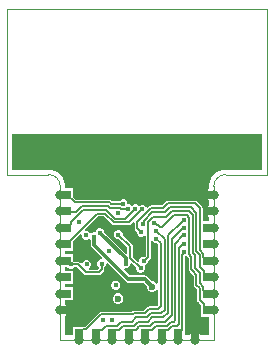
<source format=gbl>
G04*
G04 #@! TF.GenerationSoftware,Altium Limited,Altium NEXUS,5.8.2 (18)*
G04*
G04 Layer_Physical_Order=4*
G04 Layer_Color=16711680*
%FSLAX25Y25*%
%MOIN*%
G70*
G04*
G04 #@! TF.SameCoordinates,96A2D957-15C9-49F1-B6A3-93ECAB74F1FA*
G04*
G04*
G04 #@! TF.FilePolarity,Positive*
G04*
G01*
G75*
%ADD11C,0.00591*%
%ADD14C,0.00394*%
%ADD40C,0.01181*%
%ADD41C,0.03150*%
%ADD42C,0.01772*%
%ADD43C,0.02362*%
%ADD44R,0.03543X0.03150*%
%ADD45R,0.03150X0.03543*%
G36*
X41701Y56724D02*
X29528D01*
X29488Y56716D01*
X29449Y56722D01*
X29063Y56703D01*
X28947Y56674D01*
X28828D01*
X28071Y56523D01*
X27925Y56463D01*
X27770Y56432D01*
X27057Y56137D01*
X26926Y56049D01*
X26780Y55988D01*
X26138Y55559D01*
X26026Y55448D01*
X25895Y55360D01*
X25823Y55288D01*
X25811Y55280D01*
X25429Y54898D01*
X25420Y54886D01*
X25349Y54814D01*
X25261Y54683D01*
X25149Y54571D01*
X24720Y53929D01*
X24660Y53783D01*
X24572Y53651D01*
X24277Y52938D01*
X24246Y52783D01*
X24185Y52637D01*
X24035Y51880D01*
Y51761D01*
X24006Y51646D01*
X23987Y51260D01*
X23993Y51220D01*
X23985Y51181D01*
Y50461D01*
X23530Y50006D01*
X23191Y49419D01*
X23059Y48925D01*
X25591D01*
Y47925D01*
X23059D01*
X23191Y47431D01*
X23530Y46844D01*
X23985Y46389D01*
Y44949D01*
X23530Y44494D01*
X23191Y43907D01*
X23059Y43413D01*
X25591D01*
Y42413D01*
X23059D01*
X23191Y41919D01*
X23530Y41332D01*
X23985Y40878D01*
Y39567D01*
X21868D01*
Y43996D01*
X21799Y44342D01*
X21603Y44635D01*
X20059Y46179D01*
X19766Y46374D01*
X19421Y46443D01*
X10439D01*
X10093Y46374D01*
X9800Y46179D01*
X8422Y44801D01*
X4734D01*
X4389Y44732D01*
X4096Y44536D01*
X4096Y44536D01*
X3664Y44105D01*
X3074Y44222D01*
X3027Y44336D01*
X2612Y44752D01*
X2069Y44976D01*
X1482D01*
X939Y44752D01*
X846Y44658D01*
X655Y44525D01*
X240Y44941D01*
X-303Y45166D01*
X-890D01*
X-1433Y44941D01*
X-1738Y44635D01*
X-2132Y45028D01*
X-2675Y45253D01*
X-3187D01*
Y45716D01*
X-3412Y46259D01*
X-3827Y46674D01*
X-4369Y46899D01*
X-4957D01*
X-5499Y46674D01*
X-5848Y46325D01*
X-8364D01*
X-8524Y46485D01*
X-8817Y46681D01*
X-9162Y46750D01*
X-20472D01*
X-21260Y47537D01*
Y50591D01*
X-23985D01*
Y51181D01*
X-23993Y51220D01*
X-23987Y51260D01*
X-24006Y51646D01*
X-24035Y51761D01*
Y51880D01*
X-24185Y52637D01*
X-24246Y52783D01*
X-24277Y52938D01*
X-24572Y53651D01*
X-24660Y53783D01*
X-24720Y53929D01*
X-25149Y54571D01*
X-25261Y54682D01*
X-25349Y54814D01*
X-25895Y55360D01*
X-26026Y55448D01*
X-26138Y55559D01*
X-26780Y55988D01*
X-26926Y56049D01*
X-27057Y56137D01*
X-27770Y56432D01*
X-27925Y56463D01*
X-28071Y56523D01*
X-28828Y56674D01*
X-28947D01*
X-29063Y56703D01*
X-29449Y56722D01*
X-29488Y56716D01*
X-29528Y56724D01*
X-41701D01*
Y68504D01*
X41701D01*
Y56724D01*
D02*
G37*
G36*
X-8473Y38535D02*
X-8473Y38535D01*
X-8180Y38339D01*
X-7834Y38270D01*
X-7834Y38270D01*
X-2551D01*
X-2206Y38339D01*
X-1912Y38535D01*
X-1321Y39126D01*
X-821Y38919D01*
Y37224D01*
X-752Y36878D01*
X-556Y36585D01*
X-45Y36074D01*
Y35533D01*
X179Y34991D01*
X595Y34575D01*
X1137Y34350D01*
X1725D01*
X2267Y34575D01*
X2376Y34684D01*
X2876Y34477D01*
Y28103D01*
X2497Y27774D01*
X1909D01*
X1367Y27549D01*
X951Y27134D01*
X727Y26591D01*
Y26241D01*
X227Y26034D01*
X-1443Y27704D01*
Y31165D01*
X-1512Y31511D01*
X-1708Y31804D01*
X-4823Y34919D01*
Y35412D01*
X-5048Y35954D01*
X-5463Y36370D01*
X-6006Y36595D01*
X-6593D01*
X-7136Y36370D01*
X-7551Y35954D01*
X-7776Y35412D01*
Y34824D01*
X-7551Y34282D01*
X-7136Y33867D01*
X-6593Y33642D01*
X-6100D01*
X-3250Y30791D01*
Y28938D01*
X-3712Y28746D01*
X-10892Y35927D01*
Y35994D01*
X-11117Y36536D01*
X-11532Y36952D01*
X-12074Y37176D01*
X-12662D01*
X-13204Y36952D01*
X-13620Y36536D01*
X-13845Y35994D01*
Y35926D01*
X-14007Y35818D01*
X-14594D01*
X-15137Y35593D01*
X-15186Y35543D01*
X-15677Y35641D01*
X-15681Y35650D01*
X-16096Y36066D01*
X-16639Y36290D01*
X-17084D01*
X-17321Y36716D01*
X-17329Y36752D01*
X-12918Y41164D01*
X-11102D01*
X-8473Y38535D01*
D02*
G37*
G36*
X-18834Y35203D02*
X-18409Y34966D01*
Y34520D01*
X-18184Y33978D01*
X-17769Y33562D01*
X-17226Y33338D01*
X-16639D01*
X-16096Y33562D01*
X-16046Y33612D01*
X-15556Y33515D01*
X-15552Y33505D01*
X-15489Y33442D01*
Y31684D01*
X-15489Y31684D01*
X-15397Y31223D01*
X-15136Y30832D01*
X-11663Y27359D01*
X-11870Y26859D01*
X-12082D01*
X-12625Y26635D01*
X-13040Y26219D01*
X-13264Y25677D01*
Y25089D01*
X-13040Y24547D01*
X-12691Y24198D01*
Y23871D01*
X-13171Y23391D01*
X-15869D01*
X-15969Y23891D01*
X-15952Y23898D01*
X-15537Y24313D01*
X-15312Y24856D01*
Y25443D01*
X-15537Y25986D01*
X-15952Y26401D01*
X-16495Y26626D01*
X-17082D01*
X-17625Y26401D01*
X-18040Y25986D01*
X-18153Y25714D01*
X-18727Y25581D01*
X-18934Y25788D01*
X-19227Y25984D01*
X-19573Y26053D01*
X-20941D01*
X-21260Y26371D01*
Y28543D01*
X-23985D01*
Y29724D01*
X-21260D01*
Y32822D01*
X-18871Y35211D01*
X-18834Y35203D01*
D02*
G37*
G36*
X5215Y32843D02*
X5631Y32427D01*
X6173Y32203D01*
X6666D01*
X7069Y31799D01*
Y18936D01*
X6807Y18817D01*
X6569Y18783D01*
X6122Y19231D01*
X5471Y19500D01*
X5049D01*
X3423Y21127D01*
X3032Y21388D01*
X2571Y21480D01*
X2571Y21480D01*
X-2378D01*
X-4420Y23522D01*
X-4136Y23945D01*
X-4042Y23907D01*
X-3455D01*
X-2912Y24131D01*
X-2497Y24547D01*
X-2272Y25089D01*
Y25272D01*
X-1772Y25479D01*
X-292Y23999D01*
Y23506D01*
X-67Y22963D01*
X348Y22548D01*
X891Y22323D01*
X1478D01*
X2021Y22548D01*
X2436Y22963D01*
X2661Y23506D01*
Y24093D01*
X2556Y24345D01*
X2512Y24700D01*
X2806Y24949D01*
X3039Y25046D01*
X3455Y25461D01*
X3679Y26004D01*
Y26267D01*
X4418Y27005D01*
X4614Y27298D01*
X4683Y27644D01*
Y32822D01*
X5183Y32921D01*
X5215Y32843D01*
D02*
G37*
G36*
X-3728Y19424D02*
X-3728Y19424D01*
X-3337Y19163D01*
X-2877Y19071D01*
X2072D01*
X3347Y17797D01*
Y17376D01*
X3616Y16725D01*
X4115Y16227D01*
X4766Y15957D01*
X5471D01*
X6122Y16227D01*
X6569Y16674D01*
X6807Y16640D01*
X7069Y16521D01*
Y11564D01*
X6645Y11139D01*
X4002D01*
X4002Y11139D01*
X3657Y11071D01*
X3364Y10875D01*
X3364Y10875D01*
X2250Y9761D01*
X-939D01*
X-939Y9761D01*
X-1285Y9693D01*
X-1578Y9497D01*
X-1578Y9497D01*
X-1707Y9368D01*
X-12022D01*
X-12368Y9299D01*
X-12661Y9103D01*
X-17317Y4447D01*
X-17913D01*
X-18259Y4378D01*
X-18329Y4331D01*
X-21457D01*
Y1606D01*
X-23985D01*
Y7807D01*
X-23530Y8262D01*
X-23191Y8849D01*
X-23059Y9342D01*
X-25591D01*
Y10343D01*
X-23059D01*
X-23191Y10836D01*
X-23530Y11423D01*
X-23985Y11878D01*
Y13189D01*
X-21260D01*
Y17520D01*
X-23985D01*
Y18701D01*
X-21260D01*
Y23031D01*
X-23985D01*
Y24213D01*
X-23277D01*
X-22962Y23898D01*
X-22420Y23673D01*
X-21832D01*
X-21290Y23898D01*
X-20941Y24246D01*
X-19947D01*
X-17550Y21849D01*
X-17257Y21654D01*
X-16911Y21585D01*
X-12797D01*
X-12451Y21654D01*
X-12158Y21849D01*
X-11150Y22858D01*
X-10954Y23151D01*
X-10885Y23497D01*
X-10885Y23497D01*
Y24198D01*
X-10537Y24547D01*
X-10312Y25089D01*
Y25301D01*
X-9812Y25508D01*
X-3728Y19424D01*
D02*
G37*
G36*
X16783Y27842D02*
X17240Y27385D01*
Y23494D01*
X17308Y23148D01*
X17504Y22855D01*
X17668Y22691D01*
X17713Y22465D01*
X17909Y22172D01*
X18880Y21201D01*
Y18435D01*
X18949Y18090D01*
X19145Y17797D01*
X20061Y16880D01*
Y13413D01*
X20130Y13067D01*
X20326Y12774D01*
X20482Y12618D01*
X20493Y12565D01*
X20688Y12272D01*
X21260Y11701D01*
Y7677D01*
X23985D01*
Y1606D01*
X21327D01*
X20872Y2060D01*
X20285Y2399D01*
X19791Y2532D01*
Y0D01*
X18791D01*
Y2532D01*
X18297Y2399D01*
X17710Y2060D01*
X17256Y1606D01*
X15945D01*
Y3358D01*
X15962Y3445D01*
Y27858D01*
X16486Y28075D01*
X16783Y27842D01*
D02*
G37*
%LPC*%
G36*
X-6766Y19685D02*
X-7353D01*
X-7896Y19460D01*
X-8311Y19045D01*
X-8536Y18502D01*
Y17915D01*
X-8311Y17372D01*
X-7896Y16957D01*
X-7353Y16732D01*
X-6766D01*
X-6223Y16957D01*
X-5808Y17372D01*
X-5583Y17915D01*
Y18502D01*
X-5808Y19045D01*
X-6223Y19460D01*
X-6766Y19685D01*
D02*
G37*
G36*
X-5947Y15551D02*
X-6652D01*
X-7303Y15281D01*
X-7801Y14783D01*
X-8071Y14132D01*
Y13427D01*
X-7801Y12776D01*
X-7303Y12278D01*
X-6652Y12008D01*
X-5947D01*
X-5296Y12278D01*
X-4797Y12776D01*
X-4528Y13427D01*
Y14132D01*
X-4797Y14783D01*
X-5296Y15281D01*
X-5947Y15551D01*
D02*
G37*
%LPD*%
D11*
X-1333Y8465D02*
X-939Y8858D01*
X-12022Y8465D02*
X-1333D01*
X-16943Y3543D02*
X-12022Y8465D01*
X-939Y8858D02*
X2624D01*
X-19291Y1969D02*
X-18406D01*
Y886D02*
Y1969D01*
X-19291Y0D02*
X-18406Y886D01*
X7019Y10236D02*
X7972Y11190D01*
X-19291Y2165D02*
X-17913Y3543D01*
X-16943D01*
X7972Y11190D02*
Y32173D01*
X2624Y8858D02*
X4002Y10236D01*
X6467Y33679D02*
X7972Y32173D01*
X-19291Y1969D02*
Y2165D01*
X4002Y10236D02*
X7019D01*
X-2346Y27330D02*
Y31165D01*
X3779Y27644D02*
Y39379D01*
X2203Y26297D02*
X2433D01*
X3779Y27644D01*
X-2346Y27330D02*
X1184Y23799D01*
X-6299Y35118D02*
X-2346Y31165D01*
X15330Y39803D02*
X15650D01*
X10335Y9108D02*
Y34808D01*
X14828Y39301D02*
X14828D01*
X15330Y39803D01*
X10335Y34808D02*
X14828Y39301D01*
X15482Y34796D02*
X15650D01*
X12697Y32010D02*
X15482Y34796D01*
X13878Y30670D02*
X15650Y32441D01*
X11516Y8341D02*
Y33583D01*
X8707Y7480D02*
X10335Y9108D01*
X8136Y8858D02*
X9154Y9876D01*
X11516Y33583D02*
X15335Y37402D01*
X15059Y3445D02*
Y28417D01*
X9154Y9876D02*
Y33637D01*
X13341Y4724D02*
X13878Y5261D01*
Y30670D01*
X12697Y6639D02*
Y32010D01*
X15650Y29007D02*
Y29327D01*
X6402Y36389D02*
X9154Y33637D01*
X15059Y28417D02*
X15650Y29007D01*
X12160Y6102D02*
X12697Y6639D01*
X9278Y6102D02*
X11516Y8341D01*
X-12797Y22488D02*
X-11788Y23497D01*
Y25383D01*
X-16911Y22488D02*
X-12797D01*
X-23425Y37402D02*
X-22146Y38681D01*
X-22089Y39151D02*
X-19743Y41496D01*
X-22146Y38681D02*
Y38970D01*
X-22089Y39027D01*
Y39151D01*
X-23386Y42677D02*
X-20232D01*
X-19743Y41496D02*
X-17912Y43327D01*
X-19743Y41496D02*
X-19743D01*
X-17912Y43327D02*
X-10206D01*
X-20232Y42677D02*
X-18323Y44587D01*
X-9684D01*
X13780Y2165D02*
X15059Y3445D01*
X11797Y4724D02*
X13341D01*
X11226Y6102D02*
X12160D01*
X-19573Y25150D02*
X-16911Y22488D01*
X22300Y11122D02*
Y11938D01*
X21327Y12911D02*
X22300Y11938D01*
Y11122D02*
X23579Y9843D01*
X25591D01*
X24705Y10728D02*
X25591Y9843D01*
X19324Y23983D02*
X20965Y22343D01*
Y18924D02*
Y22343D01*
X19783Y18435D02*
X20965Y17254D01*
X22146Y16634D02*
X23425Y15354D01*
X19783Y18435D02*
Y21575D01*
X18548Y22811D02*
X19783Y21575D01*
X20965Y13413D02*
Y17254D01*
X22146Y16634D02*
Y17743D01*
X20965Y18924D02*
X22146Y17743D01*
X21327Y12911D02*
Y13050D01*
X20965Y13413D02*
X21327Y13050D01*
X-22146Y33169D02*
Y33213D01*
X-23425Y31890D02*
X-22146Y33169D01*
Y33213D02*
X-13292Y42067D01*
X-25591Y31890D02*
X-23425D01*
X-13292Y42067D02*
X-10728D01*
X-5565Y43898D02*
X-5318Y43651D01*
X-7233Y40354D02*
X-3885D01*
X-596Y43643D02*
Y43689D01*
X-5318Y43651D02*
X-3094D01*
X-9162Y45846D02*
X-8738Y45422D01*
X-10206Y43327D02*
X-7233Y40354D01*
X-3094Y43651D02*
X-2968Y43777D01*
X-8995Y43898D02*
X-5565D01*
X-9684Y44587D02*
X-8995Y43898D01*
X-3885Y40354D02*
X-596Y43643D01*
X-10728Y42067D02*
X-7834Y39173D01*
X-2551D01*
X-8738Y45422D02*
X-4663D01*
X-2551Y39173D02*
X1776Y43500D01*
X82Y37224D02*
Y39246D01*
X2180Y38781D02*
Y39561D01*
X4734Y43898D02*
X8796D01*
X2180Y39561D02*
X5138Y42520D01*
X82Y39246D02*
X4734Y43898D01*
X5138Y42520D02*
X9367D01*
X1969Y38571D02*
X2180Y38781D01*
X18143Y23494D02*
X18548Y23089D01*
Y22811D02*
Y23089D01*
X18143Y23494D02*
Y27759D01*
X18602Y28970D02*
X19324Y28248D01*
X17421Y28480D02*
X18143Y27759D01*
X19324Y23983D02*
Y28248D01*
X20965Y24297D02*
X22244Y23018D01*
X20965Y24297D02*
Y28278D01*
X22244Y22047D02*
X22539Y21752D01*
X22244Y22047D02*
Y23018D01*
X19783Y29459D02*
X20965Y28278D01*
X17402Y42835D02*
X18602Y41634D01*
X18043Y44162D02*
X19783Y42421D01*
X19421Y45540D02*
X20965Y43996D01*
Y29948D02*
Y43996D01*
X16585Y41575D02*
X17421Y40738D01*
X18602Y28970D02*
Y41634D01*
X20965Y29948D02*
X22146Y28767D01*
Y27657D02*
X22539Y27264D01*
X17421Y28480D02*
Y40738D01*
X19783Y29459D02*
Y42421D01*
X22146Y27657D02*
Y28767D01*
X1431Y35827D02*
Y35875D01*
X3779Y39379D02*
X5247Y40846D01*
X82Y37224D02*
X1431Y35875D01*
X-22126Y25150D02*
X-19573D01*
X6313Y36389D02*
X6402D01*
X-20846Y45846D02*
X-9162D01*
X-23425Y48425D02*
X-20846Y45846D01*
X-23622Y42913D02*
X-23386Y42677D01*
X-25591Y37402D02*
X-23425D01*
X-25591Y42913D02*
X-23622D01*
Y48425D02*
X-23425D01*
X-25591D02*
X-23622D01*
X6062Y38803D02*
X6666Y38200D01*
X5764Y38803D02*
X6062D01*
X6666Y38200D02*
X7063D01*
X7763Y37500D01*
X5247Y40846D02*
X9643D01*
X-8268Y0D02*
Y2122D01*
X-7087Y3303D02*
X-6160D01*
X-8268Y2122D02*
X-7087Y3303D01*
X-6160D02*
X-4738Y4724D01*
X-10250D02*
X-6687D01*
X-5309Y6102D01*
X-11628Y3347D02*
X-10250Y4724D01*
X-2756Y0D02*
Y2165D01*
X197Y3808D02*
Y4148D01*
X-264Y3347D02*
X197Y3808D01*
X-2756Y2165D02*
X-1575Y3347D01*
X-264D01*
X197Y4148D02*
X773Y4724D01*
X6285D02*
X9848D01*
X5144Y7480D02*
X8707D01*
X3195D02*
X4573Y8858D01*
X3766Y6102D02*
X5144Y7480D01*
X4573Y8858D02*
X8136D01*
X5714Y6102D02*
X9278D01*
X4337Y4724D02*
X5714Y6102D01*
X4907Y3347D02*
X6285Y4724D01*
X773D02*
X4337D01*
X-1175D02*
X203Y6102D01*
X-1746D02*
X-368Y7480D01*
X203Y6102D02*
X3766D01*
X-368Y7480D02*
X3195D01*
X-5309Y6102D02*
X-1746D01*
X-4738Y4724D02*
X-1175D01*
X-13780Y2165D02*
X-12598Y3347D01*
X-11628D01*
X-13780Y0D02*
Y2165D01*
X9848Y4724D02*
X11226Y6102D01*
X9449Y3347D02*
X10419D01*
X11797Y4724D01*
X8268Y2165D02*
X9449Y3347D01*
X3937D02*
X4907D01*
X2756Y2165D02*
X3937Y3347D01*
X7763Y37500D02*
X8366D01*
X2756Y0D02*
Y2165D01*
X8268Y0D02*
Y2165D01*
X13780Y0D02*
Y2165D01*
X11631Y42835D02*
X17402D01*
X8366Y37500D02*
X12441Y41575D01*
X16585D01*
X9643Y40846D02*
X11631Y42835D01*
X11010Y44162D02*
X18043D01*
X10439Y45540D02*
X19421D01*
X8796Y43898D02*
X10439Y45540D01*
X9367Y42520D02*
X11010Y44162D01*
X22539Y21752D02*
X24705D01*
Y27264D02*
X25591Y26378D01*
X22539Y27264D02*
X24705D01*
Y21752D02*
X25591Y20866D01*
X23425Y15354D02*
X25591D01*
D14*
X-25591Y51181D02*
G03*
X-29528Y55118I-3937J0D01*
G01*
X29528D02*
G03*
X25591Y51181I0J-3937D01*
G01*
X6281Y110236D02*
X13171D01*
X-6383D02*
X-872D01*
X-43307Y55118D02*
Y110236D01*
Y55118D02*
X-29528D01*
X-43307Y110236D02*
X43307D01*
Y55118D02*
Y110236D01*
X29528Y55118D02*
X43307D01*
X-25591Y0D02*
Y51181D01*
Y0D02*
X25591D01*
Y51181D01*
D40*
X-2877Y20276D02*
X2571D01*
X-14285Y31684D02*
X-2877Y20276D01*
X-14285Y31684D02*
Y34326D01*
X-14300Y34341D02*
X-14285Y34326D01*
X2571Y20276D02*
X5118Y17729D01*
X-12368Y35700D02*
X-3823Y27155D01*
Y25457D02*
Y27155D01*
Y25457D02*
X-3749Y25383D01*
D41*
X25591Y15354D02*
D03*
Y20866D02*
D03*
Y26378D02*
D03*
Y31890D02*
D03*
Y37402D02*
D03*
Y42913D02*
D03*
Y48425D02*
D03*
Y9843D02*
D03*
X-19291Y0D02*
D03*
X19291D02*
D03*
X13780D02*
D03*
X8268D02*
D03*
X2756D02*
D03*
X-2756D02*
D03*
X-8268D02*
D03*
X-13780D02*
D03*
X-25591Y42913D02*
D03*
Y37402D02*
D03*
Y31890D02*
D03*
Y26378D02*
D03*
Y20866D02*
D03*
Y15354D02*
D03*
Y48425D02*
D03*
Y9843D02*
D03*
D42*
X19685Y50787D02*
D03*
X13386Y49606D02*
D03*
X-33858Y59055D02*
D03*
X-39370Y66142D02*
D03*
X-38583Y61417D02*
D03*
X38583D02*
D03*
X39370Y66142D02*
D03*
X33858Y59055D02*
D03*
X0Y56693D02*
D03*
X-11811Y61417D02*
D03*
X0D02*
D03*
X11811D02*
D03*
X-5872Y61335D02*
D03*
X5939D02*
D03*
X17356Y66846D02*
D03*
X-17289D02*
D03*
X5939D02*
D03*
X-5872D02*
D03*
X11811Y66929D02*
D03*
X0D02*
D03*
X-11811D02*
D03*
X-7856Y51726D02*
D03*
X-10407Y52771D02*
D03*
X-15507Y54861D02*
D03*
X-12957Y53816D02*
D03*
X-11464Y57459D02*
D03*
X-14014Y58504D02*
D03*
X-8914Y56414D02*
D03*
X-6364Y55369D02*
D03*
X-23306Y57631D02*
D03*
X-25707Y59040D02*
D03*
X-20756Y56586D02*
D03*
X-18057Y55906D02*
D03*
X-21515Y62003D02*
D03*
X-24215Y62683D02*
D03*
X-18965Y60958D02*
D03*
X-16564Y59549D02*
D03*
X-24561Y64953D02*
D03*
X-22937Y66840D02*
D03*
X-28108Y60449D02*
D03*
X-29118Y62139D02*
D03*
X-30127Y63829D02*
D03*
X-31501Y65669D02*
D03*
X-33024Y67144D02*
D03*
X-3937Y54331D02*
D03*
X-2362Y51968D02*
D03*
X2362D02*
D03*
X3937Y54331D02*
D03*
X33024Y67144D02*
D03*
X31501Y65669D02*
D03*
X30127Y63829D02*
D03*
X29118Y62139D02*
D03*
X28108Y60449D02*
D03*
X22937Y66840D02*
D03*
X24561Y64953D02*
D03*
X16564Y59549D02*
D03*
X18965Y60958D02*
D03*
X24215Y62683D02*
D03*
X21515Y62003D02*
D03*
X18057Y55906D02*
D03*
X20756Y56586D02*
D03*
X25707Y59040D02*
D03*
X23306Y57631D02*
D03*
X6364Y55369D02*
D03*
X8914Y56414D02*
D03*
X14014Y58504D02*
D03*
X11464Y57459D02*
D03*
X12957Y53816D02*
D03*
X15507Y54861D02*
D03*
X10407Y52771D02*
D03*
X7856Y51726D02*
D03*
X1776Y43500D02*
D03*
X19291Y5601D02*
D03*
X17256Y20456D02*
D03*
X-16409Y28172D02*
D03*
X2203Y26297D02*
D03*
X6173Y26591D02*
D03*
X-12022Y40295D02*
D03*
X15650Y34796D02*
D03*
Y31946D02*
D03*
Y29327D02*
D03*
X-11788Y25383D02*
D03*
X-19488Y39246D02*
D03*
X-11495Y6486D02*
D03*
X-8268Y6693D02*
D03*
X-12368Y35700D02*
D03*
X-14300Y34341D02*
D03*
X-9360Y29682D02*
D03*
X-16932Y34814D02*
D03*
X-4663Y45422D02*
D03*
X-6299Y42126D02*
D03*
X-2968Y43777D02*
D03*
X-596Y43689D02*
D03*
X-6299Y35118D02*
D03*
X15650Y39803D02*
D03*
X17775Y12110D02*
D03*
X-17987Y8088D02*
D03*
X-17374Y14487D02*
D03*
X-7060Y18209D02*
D03*
X1184Y23799D02*
D03*
X1431Y35827D02*
D03*
X1969Y38571D02*
D03*
X-22126Y25150D02*
D03*
X-16789D02*
D03*
X-3749Y25383D02*
D03*
X6467Y33679D02*
D03*
X6313Y36389D02*
D03*
X5764Y38803D02*
D03*
X15650Y37184D02*
D03*
D43*
X5118Y17729D02*
D03*
X-5906Y10630D02*
D03*
X-6299Y13780D02*
D03*
D44*
X23622Y20866D02*
D03*
Y26378D02*
D03*
Y31890D02*
D03*
Y37402D02*
D03*
Y42913D02*
D03*
Y48425D02*
D03*
Y15354D02*
D03*
Y9843D02*
D03*
X-23622Y37402D02*
D03*
Y31890D02*
D03*
Y26378D02*
D03*
Y20866D02*
D03*
Y15354D02*
D03*
Y9843D02*
D03*
Y42913D02*
D03*
Y48425D02*
D03*
D45*
X-19291Y1969D02*
D03*
X-13780D02*
D03*
X19291D02*
D03*
X13780D02*
D03*
X8268D02*
D03*
X2756D02*
D03*
X-2756D02*
D03*
X-8268D02*
D03*
M02*

</source>
